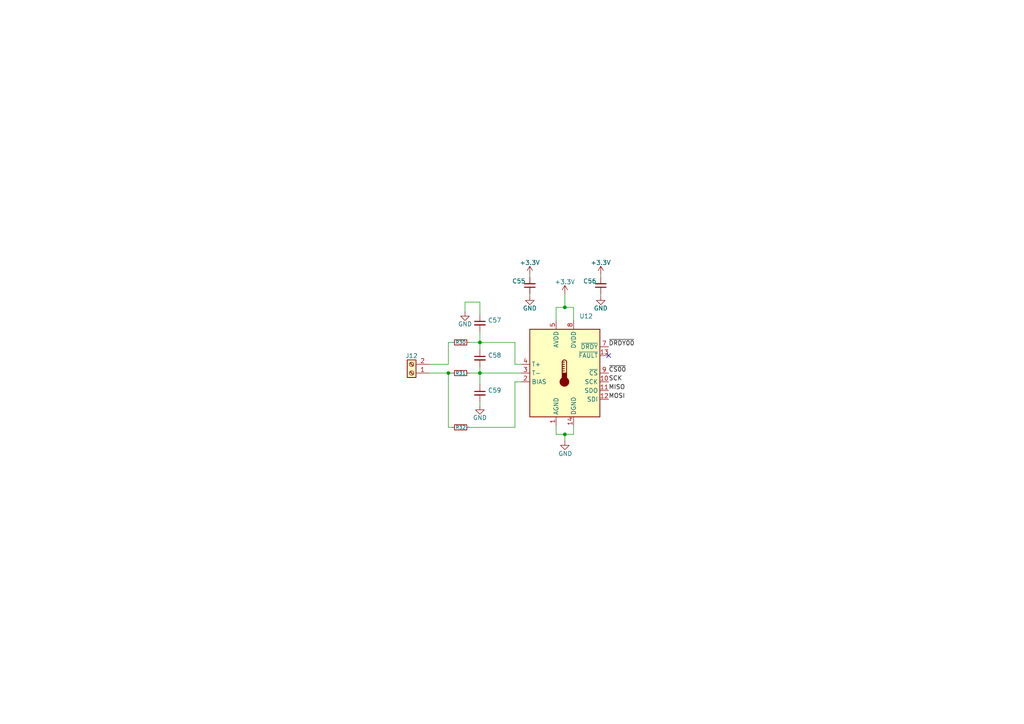
<source format=kicad_sch>
(kicad_sch (version 20211123) (generator eeschema)
  (paper "A4")
  (lib_symbols
    (symbol "Connector:Screw_Terminal_01x02" (pin_names (offset 1.016) hide)
      (property "Reference" "J" (at 0 2.54 0))
      (property "Value" "Screw_Terminal_01x02" (at 0 -5.08 0))
      (symbol "Screw_Terminal_01x02_1_1"
        (rectangle (start -1.27 1.27) (end 1.27 -3.81) (stroke (width 0.254)) (fill (type background)))
        (circle (center 0 -2.54) (radius 0.635) (stroke (width 0.1524)))
        (polyline (pts (xy -0.5334 -2.2098) (xy 0.3302 -3.048)) (stroke (width 0.1524)))
        (polyline (pts (xy -0.5334 0.3302) (xy 0.3302 -0.508)) (stroke (width 0.1524)))
        (polyline (pts (xy -0.3556 -2.032) (xy 0.508 -2.8702)) (stroke (width 0.1524)))
        (polyline (pts (xy -0.3556 0.508) (xy 0.508 -0.3302)) (stroke (width 0.1524)))
        (circle (center 0 0) (radius 0.635) (stroke (width 0.1524)))
        (pin passive line (at -5.08 0 0) (length 3.81) (name "Pin_1") (number "1"))
        (pin passive line (at -5.08 -2.54 0) (length 3.81) (name "Pin_2") (number "2"))
      )
    )
    (symbol "Device:C_Small" (pin_numbers hide) (pin_names (offset 0.254) hide)
      (property "Reference" "C" (at 0.254 1.778 0))
      (property "Value" "C_Small" (at 0.254 -2.032 0))
      (symbol "C_Small_0_1"
        (polyline (pts (xy -1.524 -0.508) (xy 1.524 -0.508)) (stroke (width 0.3302)))
        (polyline (pts (xy -1.524 0.508) (xy 1.524 0.508)) (stroke (width 0.3048)))
      )
      (symbol "C_Small_1_1"
        (pin passive line (at 0 2.54 270) (length 2.032) (name "~") (number "1"))
        (pin passive line (at 0 -2.54 90) (length 2.032) (name "~") (number "2"))
      )
    )
    (symbol "Device:R_Small" (pin_numbers hide) (pin_names (offset 0.254) hide)
      (property "Reference" "R" (at 0.762 0.508 0))
      (property "Value" "R_Small" (at 0.762 -1.016 0))
      (symbol "R_Small_0_1"
        (rectangle (start -0.762 1.778) (end 0.762 -1.778) (stroke (width 0.2032)))
      )
      (symbol "R_Small_1_1"
        (pin passive line (at 0 2.54 270) (length 0.762) (name "~") (number "1"))
        (pin passive line (at 0 -2.54 90) (length 0.762) (name "~") (number "2"))
      )
    )
    (symbol "Sensor_Temperature:MAX31856"
      (property "Reference" "U" (at -7.62 13.97 0))
      (property "Value" "MAX31856" (at 13.97 13.97 0))
      (symbol "MAX31856_0_1"
        (rectangle (start -10.16 12.7) (end 10.16 -12.7) (stroke (width 0.254)) (fill (type background)))
        (circle (center -0.127 -2.54) (radius 1.27) (stroke (width 0.254)) (fill (type outline)))
        (polyline (pts (xy -0.762 0.635) (xy -0.127 0.635)) (stroke (width 0.254)))
        (polyline (pts (xy -0.762 1.27) (xy -0.127 1.27)) (stroke (width 0.254)))
        (polyline (pts (xy -0.762 1.905) (xy -0.127 1.905)) (stroke (width 0.254)))
        (polyline (pts (xy -0.762 2.54) (xy -0.127 2.54)) (stroke (width 0.254)))
        (polyline (pts (xy -0.762 3.175) (xy -0.762 0)) (stroke (width 0.254)))
        (polyline (pts (xy -0.762 3.175) (xy -0.127 3.175)) (stroke (width 0.254)))
        (polyline (pts (xy 0.508 3.175) (xy 0.508 0)) (stroke (width 0.254)))
        (rectangle (start 0.508 -1.905) (end -0.762 0) (stroke (width 0.254)) (fill (type outline)))
        (arc (start 0.508 3.175) (mid -0.127 3.81) (end -0.762 3.175) (stroke (width 0.254)))
      )
      (symbol "MAX31856_1_1"
        (pin power_in line (at -2.54 -15.24 90) (length 2.54) (name "AGND") (number "1"))
        (pin input line (at 12.7 -2.54 180) (length 2.54) (name "SCK") (number "10"))
        (pin output line (at 12.7 -5.08 180) (length 2.54) (name "SDO") (number "11"))
        (pin input line (at 12.7 -7.62 180) (length 2.54) (name "SDI") (number "12"))
        (pin output line (at 12.7 5.08 180) (length 2.54) (name "~{FAULT}") (number "13"))
        (pin power_in line (at 2.54 -15.24 90) (length 2.54) (name "DGND") (number "14"))
        (pin input line (at -12.7 -2.54 0) (length 2.54) (name "BIAS") (number "2"))
        (pin input line (at -12.7 0 0) (length 2.54) (name "T-") (number "3"))
        (pin input line (at -12.7 2.54 0) (length 2.54) (name "T+") (number "4"))
        (pin power_in line (at -2.54 15.24 270) (length 2.54) (name "AVDD") (number "5"))
        (pin no_connect line (at -10.16 -7.62 0) (length 2.54) hide (name "DNC") (number "6"))
        (pin output line (at 12.7 7.62 180) (length 2.54) (name "~{DRDY}") (number "7"))
        (pin power_in line (at 2.54 15.24 270) (length 2.54) (name "DVDD") (number "8"))
        (pin input line (at 12.7 0 180) (length 2.54) (name "~{CS}") (number "9"))
      )
    )
    (symbol "power:+3.3V" (power) (pin_names (offset 0))
      (property "Value" "+3.3V" (at 0 3.556 0))
      (symbol "+3.3V_0_1"
        (polyline (pts (xy -0.762 1.27) (xy 0 2.54)))
        (polyline (pts (xy 0 0) (xy 0 2.54)))
        (polyline (pts (xy 0 2.54) (xy 0.762 1.27)))
      )
      (symbol "+3.3V_1_1"
        (pin power_in line (at 0 0 90) (length 0) hide (name "+3.3V") (number "1"))
      )
    )
    (symbol "power:GND" (power) (pin_names (offset 0))
      (property "Value" "GND" (at 0 -3.81 0))
      (symbol "GND_0_1"
        (polyline (pts (xy 0 0) (xy 0 -1.27) (xy 1.27 -1.27) (xy 0 -2.54) (xy -1.27 -1.27) (xy 0 -1.27)))
      )
      (symbol "GND_1_1"
        (pin power_in line (at 0 0 270) (length 0) hide (name "GND") (number "1"))
      )
    )
  )
  (junction (at 130.048 108.204))
  (junction (at 163.83 125.984))
  (junction (at 139.192 108.204))
  (junction (at 139.192 99.314))
  (junction (at 163.83 89.154))
  (no_connect (at 176.53 103.124))
  (wire (pts (xy 163.83 89.154) (xy 166.37 89.154)))
  (wire (pts (xy 163.83 85.344) (xy 163.83 89.154)))
  (wire (pts (xy 130.048 99.314) (xy 131.064 99.314)))
  (wire (pts (xy 130.048 123.952) (xy 131.064 123.952)))
  (wire (pts (xy 139.192 116.586) (xy 139.192 117.602)))
  (wire (pts (xy 139.192 108.204) (xy 139.192 111.506)))
  (wire (pts (xy 139.192 108.204) (xy 151.13 108.204)))
  (wire (pts (xy 151.13 105.664) (xy 149.352 105.664)))
  (wire (pts (xy 174.244 79.756) (xy 174.244 80.264)))
  (wire (pts (xy 149.352 105.664) (xy 149.352 99.314)))
  (wire (pts (xy 149.352 123.952) (xy 136.144 123.952)))
  (wire (pts (xy 153.67 85.344) (xy 153.67 85.852)))
  (wire (pts (xy 124.46 108.204) (xy 130.048 108.204)))
  (wire (pts (xy 163.83 125.984) (xy 163.83 127.889)))
  (wire (pts (xy 124.46 105.664) (xy 130.048 105.664)))
  (wire (pts (xy 149.352 110.744) (xy 149.352 123.952)))
  (wire (pts (xy 136.144 108.204) (xy 139.192 108.204)))
  (wire (pts (xy 139.192 99.314) (xy 139.192 101.346)))
  (wire (pts (xy 130.048 108.204) (xy 131.064 108.204)))
  (wire (pts (xy 134.874 87.63) (xy 134.874 90.424)))
  (wire (pts (xy 130.048 108.204) (xy 130.048 123.952)))
  (wire (pts (xy 161.29 92.964) (xy 161.29 89.154)))
  (wire (pts (xy 139.192 106.426) (xy 139.192 108.204)))
  (wire (pts (xy 139.192 87.63) (xy 134.874 87.63)))
  (wire (pts (xy 139.192 96.266) (xy 139.192 99.314)))
  (wire (pts (xy 136.144 99.314) (xy 139.192 99.314)))
  (wire (pts (xy 130.048 99.314) (xy 130.048 105.664)))
  (wire (pts (xy 174.244 85.344) (xy 174.244 85.852)))
  (wire (pts (xy 166.37 89.154) (xy 166.37 92.964)))
  (wire (pts (xy 166.37 125.984) (xy 166.37 123.444)))
  (wire (pts (xy 161.29 123.444) (xy 161.29 125.984)))
  (wire (pts (xy 151.13 110.744) (xy 149.352 110.744)))
  (wire (pts (xy 163.83 125.984) (xy 166.37 125.984)))
  (wire (pts (xy 139.192 91.186) (xy 139.192 87.63)))
  (wire (pts (xy 161.29 89.154) (xy 163.83 89.154)))
  (wire (pts (xy 161.29 125.984) (xy 163.83 125.984)))
  (wire (pts (xy 153.67 79.756) (xy 153.67 80.264)))
  (wire (pts (xy 149.352 99.314) (xy 139.192 99.314)))
  (label "~{CS00}" (at 176.53 108.204 0))
  (label "SCK" (at 176.53 110.744 0))
  (label "MISO" (at 176.53 113.284 0))
  (label "MOSI" (at 176.53 115.824 0))
  (label "~{DRDY00}" (at 176.53 100.584 0))
  (symbol (lib_id "Device:R_Small") (at 133.604 99.314 90) (unit 1)
    (property "Reference" "R30" (at 133.604 99.314 90) (effects (font (size 1 1))))
  )
  (symbol (lib_id "power:GND") (at 134.874 90.424 0) (mirror y) (unit 1)
    (property "Reference" "#PWR093" (effects hide))
  )
  (symbol (lib_id "Sensor_Temperature:MAX31856") (at 163.83 108.204 0) (unit 1)
    (property "Reference" "U12" (at 168.021 91.6971 0) (effects (justify left)))
    (property "Datasheet" "https://datasheets.maximintegrated.com/en/ds/MAX31856.pdf" (effects hide))
  )
  (symbol (lib_id "power:+3.3V") (at 174.244 79.756 0) (unit 1)
    (property "Reference" "#PWR089" (effects hide))
  )
  (symbol (lib_id "Device:R_Small") (at 133.604 108.204 90) (unit 1)
    (property "Reference" "R31" (at 133.604 108.204 90) (effects (font (size 1 1))))
  )
  (symbol (lib_id "Device:R_Small") (at 133.604 123.952 90) (unit 1)
    (property "Reference" "R32" (at 133.604 123.952 90) (effects (font (size 1 1))))
  )
  (symbol (lib_id "power:GND") (at 153.67 85.852 0) (mirror y) (unit 1)
    (property "Reference" "#PWR091" (effects hide))
  )
  (symbol (lib_id "power:GND") (at 174.244 85.852 0) (mirror y) (unit 1)
    (property "Reference" "#PWR092" (effects hide))
  )
  (symbol (lib_id "power:+3.3V") (at 163.83 85.344 0) (unit 1)
    (property "Reference" "#PWR090" (effects hide))
  )
  (symbol (lib_id "Connector:Screw_Terminal_01x02") (at 119.38 108.204 180) (unit 1)
    (property "Reference" "J12" (at 119.38 103.2312 0))
  )
  (symbol (lib_id "power:GND") (at 163.83 127.889 0) (unit 1)
    (property "Reference" "#PWR095" (effects hide))
  )
  (symbol (lib_id "Device:C_Small") (at 153.67 82.804 0) (mirror x) (unit 1)
    (property "Reference" "C55" (at 150.495 81.534 0))
  )
  (symbol (lib_id "power:+3.3V") (at 153.67 79.756 0) (unit 1)
    (property "Reference" "#PWR088" (effects hide))
  )
  (symbol (lib_id "power:GND") (at 139.192 117.602 0) (mirror y) (unit 1)
    (property "Reference" "#PWR094" (effects hide))
  )
  (symbol (lib_id "Device:C_Small") (at 139.192 103.886 0) (unit 1)
    (property "Reference" "C58" (at 141.5161 103.0576 0) (effects (justify left)))
  )
  (symbol (lib_id "Device:C_Small") (at 139.192 114.046 0) (unit 1)
    (property "Reference" "C59" (at 141.5161 113.2176 0) (effects (justify left)))
  )
  (symbol (lib_id "Device:C_Small") (at 174.244 82.804 0) (mirror x) (unit 1)
    (property "Reference" "C56" (at 171.069 81.534 0))
  )
  (symbol (lib_id "Device:C_Small") (at 139.192 93.726 0) (unit 1)
    (property "Reference" "C57" (at 141.5161 92.8976 0) (effects (justify left)))
  )
)
</source>
